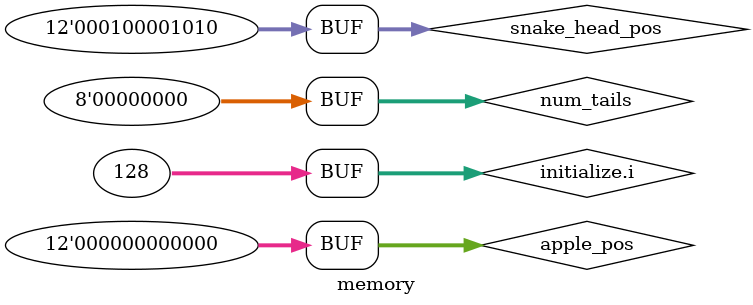
<source format=v>

module memory();
	localparam max_addr = 127, min_addr = 0,
		msb_num_tails = 7,
		word_msb = 11,
		// wdh = 39, hgt = 29,
		mid_pos = 19 * 14;

	reg [msb_num_tails:0] num_tails;

	reg [word_msb:0]
		snake_head_pos,
		apple_pos;
	
	reg [word_msb:0]
		snake_tail [min_addr:max_addr];

	initial
	begin: initialize
		integer i;
		num_tails = 8'b0;
		snake_head_pos = mid_pos;
		apple_pos = 12'b0; // TODO: generate random number
		
		for (i = min_addr; i <= max_addr; i = i + 1)
		begin
			snake_tail[i] = 12'b0;
		end
	end
		
endmodule

</source>
